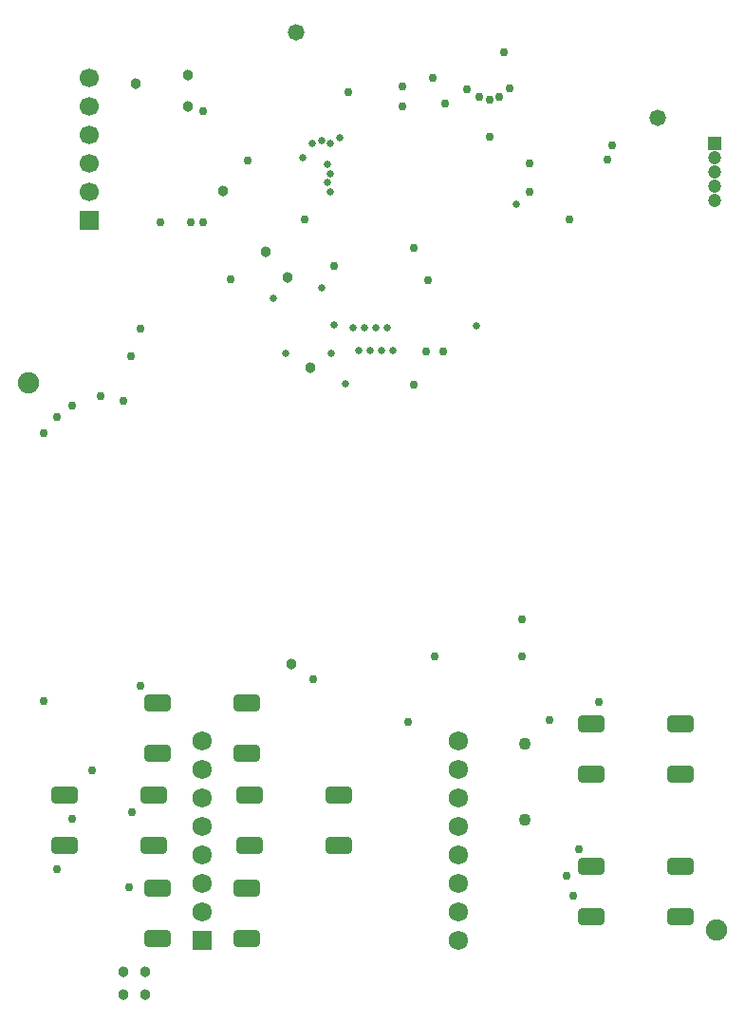
<source format=gts>
G04*
G04 #@! TF.GenerationSoftware,Altium Limited,Altium Designer,19.1.8 (144)*
G04*
G04 Layer_Color=8388736*
%FSLAX24Y24*%
%MOIN*%
G70*
G01*
G75*
G04:AMPARAMS|DCode=15|XSize=94.5mil|YSize=63mil|CornerRadius=17.7mil|HoleSize=0mil|Usage=FLASHONLY|Rotation=180.000|XOffset=0mil|YOffset=0mil|HoleType=Round|Shape=RoundedRectangle|*
%AMROUNDEDRECTD15*
21,1,0.0945,0.0276,0,0,180.0*
21,1,0.0591,0.0630,0,0,180.0*
1,1,0.0354,-0.0295,0.0138*
1,1,0.0354,0.0295,0.0138*
1,1,0.0354,0.0295,-0.0138*
1,1,0.0354,-0.0295,-0.0138*
%
%ADD15ROUNDEDRECTD15*%
%ADD16C,0.0429*%
%ADD17R,0.0472X0.0472*%
%ADD18C,0.0472*%
%ADD19R,0.0669X0.0669*%
%ADD20C,0.0669*%
%ADD21C,0.0749*%
%ADD22C,0.0679*%
%ADD23R,0.0679X0.0679*%
%ADD24C,0.0299*%
%ADD25C,0.0379*%
%ADD26C,0.0260*%
%ADD27C,0.0579*%
D15*
X5315Y7886D02*
D03*
Y6114D02*
D03*
X2185D02*
D03*
Y7886D02*
D03*
X20685Y5386D02*
D03*
Y3614D02*
D03*
X23815D02*
D03*
Y5386D02*
D03*
X20685Y10386D02*
D03*
Y8614D02*
D03*
X23815D02*
D03*
Y10386D02*
D03*
X11815Y7886D02*
D03*
Y6114D02*
D03*
X8685D02*
D03*
Y7886D02*
D03*
X8565Y4636D02*
D03*
Y2864D02*
D03*
X5435D02*
D03*
Y4636D02*
D03*
X8565Y11136D02*
D03*
Y9364D02*
D03*
X5435D02*
D03*
Y11136D02*
D03*
D16*
X18350Y9690D02*
D03*
Y7010D02*
D03*
D17*
X25000Y30750D02*
D03*
D18*
Y30250D02*
D03*
Y29750D02*
D03*
Y29250D02*
D03*
Y28750D02*
D03*
D19*
X3050Y28050D02*
D03*
D20*
Y29050D02*
D03*
Y30050D02*
D03*
Y31050D02*
D03*
Y32050D02*
D03*
Y33050D02*
D03*
D21*
X25090Y3150D02*
D03*
X910Y22350D02*
D03*
D22*
X7000Y4800D02*
D03*
Y8800D02*
D03*
X16000Y4800D02*
D03*
Y8800D02*
D03*
X7000Y5800D02*
D03*
Y3800D02*
D03*
Y7800D02*
D03*
Y6800D02*
D03*
X16000Y2800D02*
D03*
Y3800D02*
D03*
Y5800D02*
D03*
Y6800D02*
D03*
Y7800D02*
D03*
X7000Y9800D02*
D03*
X16000D02*
D03*
D23*
X7000Y2800D02*
D03*
D24*
X10900Y11950D02*
D03*
X15100Y33050D02*
D03*
X14450Y27100D02*
D03*
X1450Y11200D02*
D03*
X2450Y7050D02*
D03*
X4846Y11725D02*
D03*
X3150Y8750D02*
D03*
X4550Y7300D02*
D03*
X21400Y30700D02*
D03*
X18500Y29050D02*
D03*
X1900Y21150D02*
D03*
Y5300D02*
D03*
X2450Y21550D02*
D03*
X1450Y20600D02*
D03*
X19800Y5050D02*
D03*
X20050Y4350D02*
D03*
X21250Y30200D02*
D03*
X17100Y32300D02*
D03*
X17800Y32700D02*
D03*
X5550Y28000D02*
D03*
X3450Y21900D02*
D03*
X4250Y21725D02*
D03*
X4850Y24250D02*
D03*
X4500Y23300D02*
D03*
X4436Y4664D02*
D03*
X8600Y30150D02*
D03*
X19225Y10525D02*
D03*
X18250Y14050D02*
D03*
Y12750D02*
D03*
X14450Y22300D02*
D03*
X15469Y23469D02*
D03*
X15180Y12750D02*
D03*
X20950Y11150D02*
D03*
X18500Y30050D02*
D03*
X17600Y33950D02*
D03*
X16300Y32650D02*
D03*
X17100Y31000D02*
D03*
X20250Y6000D02*
D03*
X8000Y26000D02*
D03*
X14879Y23471D02*
D03*
X7050Y28000D02*
D03*
X17450Y32400D02*
D03*
X12150Y32550D02*
D03*
X14250Y10450D02*
D03*
X11650Y26450D02*
D03*
X6600Y28000D02*
D03*
X7050Y31900D02*
D03*
X16750Y32400D02*
D03*
X15550Y32150D02*
D03*
X14050Y32750D02*
D03*
Y32050D02*
D03*
X10600Y28100D02*
D03*
X14950Y25950D02*
D03*
X19900Y28100D02*
D03*
D25*
X10150Y12500D02*
D03*
X6500Y33150D02*
D03*
X4672Y32855D02*
D03*
X5000Y900D02*
D03*
X7750Y29100D02*
D03*
X10800Y22900D02*
D03*
X6500Y32050D02*
D03*
X5000Y1700D02*
D03*
X10000Y26050D02*
D03*
X9235Y26965D02*
D03*
X4250Y1700D02*
D03*
Y900D02*
D03*
D26*
X9500Y25326D02*
D03*
X12055Y22331D02*
D03*
X12715Y24281D02*
D03*
X13105D02*
D03*
X13500D02*
D03*
X12320D02*
D03*
X10550Y30250D02*
D03*
X11200Y25700D02*
D03*
X11530Y23381D02*
D03*
X13305Y23481D02*
D03*
X12515D02*
D03*
X11836Y30950D02*
D03*
X11200Y30850D02*
D03*
X11520Y30750D02*
D03*
X10885D02*
D03*
X11400Y30015D02*
D03*
Y29385D02*
D03*
X11500Y29070D02*
D03*
Y29700D02*
D03*
X9955Y23381D02*
D03*
X18050Y28631D02*
D03*
X13700Y23481D02*
D03*
X12910D02*
D03*
X16650Y24350D02*
D03*
X11650Y24400D02*
D03*
D27*
X10300Y34650D02*
D03*
X23000Y31650D02*
D03*
M02*

</source>
